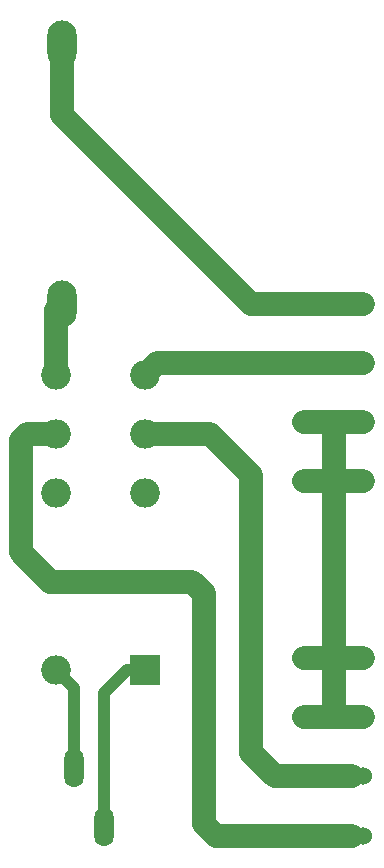
<source format=gtl>
G04 #@! TF.GenerationSoftware,KiCad,Pcbnew,(5.1.9)-1*
G04 #@! TF.CreationDate,2021-04-18T13:23:29+02:00*
G04 #@! TF.ProjectId,relay-box,72656c61-792d-4626-9f78-2e6b69636164,rev?*
G04 #@! TF.SameCoordinates,Original*
G04 #@! TF.FileFunction,Copper,L1,Top*
G04 #@! TF.FilePolarity,Positive*
%FSLAX46Y46*%
G04 Gerber Fmt 4.6, Leading zero omitted, Abs format (unit mm)*
G04 Created by KiCad (PCBNEW (5.1.9)-1) date 2021-04-18 13:23:29*
%MOMM*%
%LPD*%
G01*
G04 APERTURE LIST*
G04 #@! TA.AperFunction,ComponentPad*
%ADD10C,1.524000*%
G04 #@! TD*
G04 #@! TA.AperFunction,ComponentPad*
%ADD11O,1.650000X3.300000*%
G04 #@! TD*
G04 #@! TA.AperFunction,ComponentPad*
%ADD12O,2.500000X2.500000*%
G04 #@! TD*
G04 #@! TA.AperFunction,ComponentPad*
%ADD13R,2.500000X2.500000*%
G04 #@! TD*
G04 #@! TA.AperFunction,ComponentPad*
%ADD14O,2.500000X4.000000*%
G04 #@! TD*
G04 #@! TA.AperFunction,Conductor*
%ADD15C,2.000000*%
G04 #@! TD*
G04 #@! TA.AperFunction,Conductor*
%ADD16C,1.000000*%
G04 #@! TD*
G04 APERTURE END LIST*
D10*
X81000000Y-115000000D03*
X76000000Y-115000000D03*
X81000000Y-110000000D03*
X76000000Y-110000000D03*
X81000000Y-105000000D03*
X76000000Y-105000000D03*
X81000000Y-100000000D03*
X76000000Y-100000000D03*
X76000000Y-130000000D03*
X81000000Y-130000000D03*
X76000000Y-135000000D03*
X81000000Y-135000000D03*
X76000000Y-140000000D03*
X81000000Y-140000000D03*
X76000000Y-145000000D03*
X81000000Y-145000000D03*
D11*
X56528600Y-139300000D03*
X59028600Y-144300000D03*
D12*
X55000000Y-131000000D03*
X55000000Y-116000000D03*
X55000000Y-111000000D03*
X55000000Y-106000000D03*
X62500000Y-106000000D03*
X62500000Y-111000000D03*
X62500000Y-116000000D03*
D13*
X62500000Y-131000000D03*
D14*
X55500000Y-78000000D03*
X55500000Y-100000000D03*
D15*
X81000000Y-100000000D02*
X76000000Y-100000000D01*
X76000000Y-100000000D02*
X71500000Y-100000000D01*
X55500000Y-84000000D02*
X55500000Y-78000000D01*
X71500000Y-100000000D02*
X55500000Y-84000000D01*
X55000000Y-100500000D02*
X55500000Y-100000000D01*
X55000000Y-106000000D02*
X55000000Y-100500000D01*
D16*
X56528600Y-132528600D02*
X55000000Y-131000000D01*
X56528600Y-139300000D02*
X56528600Y-132528600D01*
D15*
X81000000Y-105000000D02*
X76000000Y-105000000D01*
X63500000Y-105000000D02*
X62500000Y-106000000D01*
X76000000Y-105000000D02*
X63500000Y-105000000D01*
X75000000Y-140000000D02*
X80000000Y-140000000D01*
X73500000Y-140000000D02*
X75000000Y-140000000D01*
X71500000Y-138000000D02*
X73500000Y-140000000D01*
X71500000Y-114500000D02*
X71500000Y-138000000D01*
X68000000Y-111000000D02*
X71500000Y-114500000D01*
X62500000Y-111000000D02*
X68000000Y-111000000D01*
D16*
X59028600Y-144300000D02*
X59028600Y-132971400D01*
X61000000Y-131000000D02*
X62500000Y-131000000D01*
X59028600Y-132971400D02*
X61000000Y-131000000D01*
D15*
X78500000Y-110000000D02*
X78500000Y-115000000D01*
X78500000Y-115000000D02*
X76000000Y-115000000D01*
X81000000Y-115000000D02*
X78500000Y-115000000D01*
X76000000Y-110000000D02*
X78500000Y-110000000D01*
X78500000Y-110000000D02*
X81000000Y-110000000D01*
X78500000Y-130000000D02*
X76000000Y-130000000D01*
X78500000Y-115000000D02*
X78500000Y-130000000D01*
X81000000Y-130000000D02*
X78500000Y-130000000D01*
X78500000Y-134500000D02*
X79000000Y-135000000D01*
X78500000Y-130000000D02*
X78500000Y-134500000D01*
X79000000Y-135000000D02*
X81000000Y-135000000D01*
X76000000Y-135000000D02*
X79000000Y-135000000D01*
X67500000Y-124500000D02*
X67500000Y-144000000D01*
X66500000Y-123500000D02*
X67500000Y-124500000D01*
X68500000Y-145000000D02*
X75000000Y-145000000D01*
X54500000Y-123500000D02*
X66500000Y-123500000D01*
X52000000Y-121000000D02*
X54500000Y-123500000D01*
X52000000Y-111500000D02*
X52000000Y-121000000D01*
X67500000Y-144000000D02*
X68500000Y-145000000D01*
X52500000Y-111000000D02*
X52000000Y-111500000D01*
X75000000Y-145000000D02*
X80000000Y-145000000D01*
X55000000Y-111000000D02*
X52500000Y-111000000D01*
M02*

</source>
